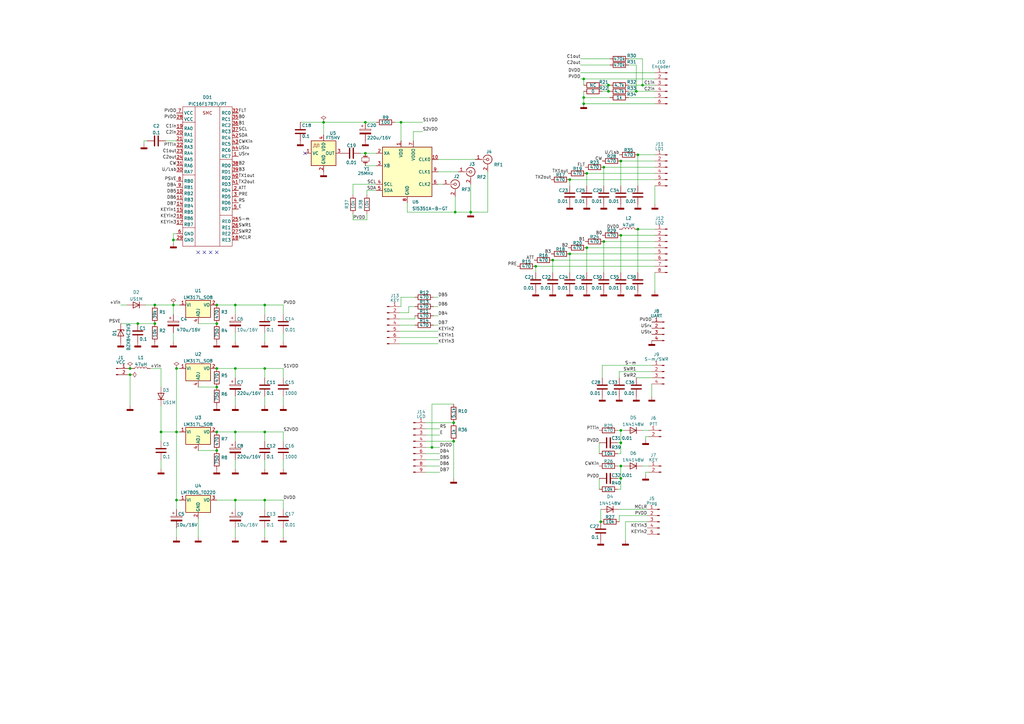
<source format=kicad_sch>
(kicad_sch (version 20211123) (generator eeschema)
  (paper "A3")
  (title_block (title "Синтезатор для ТПП") (date "10.01.2023") (rev "1") (company "HAM Radio") (comment 1 "СНТП.01.110 Э3") (comment 2 "RK9AMX") (comment 3 "Oleg9"))
  (lib_symbols
    (symbol "Connector:Conn_01x02_Male" (pin_names (offset 1.016) hide)
      (property "Reference" "J" (at 0 2.54 0))
      (property "Value" "Conn_01x02_Male" (at 0 -5.08 0))
      (symbol "Conn_01x02_Male_1_1"
        (pin passive line (at 5.08 0 180) (length 3.81) (name "Pin_1") (number "1"))
        (pin passive line (at 5.08 -2.54 180) (length 3.81) (name "Pin_2") (number "2"))
      )
    )
    (symbol "Connector:Conn_01x04_Male" (pin_names (offset 1.016) hide)
      (property "Reference" "J" (at 0 5.08 0))
      (property "Value" "Conn_01x04_Male" (at 0 -7.62 0))
      (symbol "Conn_01x04_Male_1_1"
        (pin passive line (at 5.08 2.54 180) (length 3.81) (name "Pin_1") (number "1"))
        (pin passive line (at 5.08 0 180) (length 3.81) (name "Pin_2") (number "2"))
        (pin passive line (at 5.08 -2.54 180) (length 3.81) (name "Pin_3") (number "3"))
        (pin passive line (at 5.08 -5.08 180) (length 3.81) (name "Pin_4") (number "4"))
      )
    )
    (symbol "Connector:Conn_01x05_Male" (pin_names (offset 1.016) hide)
      (property "Reference" "J" (at 0 7.62 0))
      (property "Value" "Conn_01x05_Male" (at 0 -7.62 0))
      (symbol "Conn_01x05_Male_1_1"
        (pin passive line (at 5.08 5.08 180) (length 3.81) (name "Pin_1") (number "1"))
        (pin passive line (at 5.08 2.54 180) (length 3.81) (name "Pin_2") (number "2"))
        (pin passive line (at 5.08 0 180) (length 3.81) (name "Pin_3") (number "3"))
        (pin passive line (at 5.08 -2.54 180) (length 3.81) (name "Pin_4") (number "4"))
        (pin passive line (at 5.08 -5.08 180) (length 3.81) (name "Pin_5") (number "5"))
      )
    )
    (symbol "Connector:Conn_01x06_Male" (pin_names (offset 1.016) hide)
      (property "Reference" "J" (at 0 7.62 0))
      (property "Value" "Conn_01x06_Male" (at 0 -10.16 0))
      (symbol "Conn_01x06_Male_1_1"
        (pin passive line (at 5.08 5.08 180) (length 3.81) (name "Pin_1") (number "1"))
        (pin passive line (at 5.08 2.54 180) (length 3.81) (name "Pin_2") (number "2"))
        (pin passive line (at 5.08 0 180) (length 3.81) (name "Pin_3") (number "3"))
        (pin passive line (at 5.08 -2.54 180) (length 3.81) (name "Pin_4") (number "4"))
        (pin passive line (at 5.08 -5.08 180) (length 3.81) (name "Pin_5") (number "5"))
        (pin passive line (at 5.08 -7.62 180) (length 3.81) (name "Pin_6") (number "6"))
      )
    )
    (symbol "Connector:Conn_01x07_Male" (pin_names (offset 1.016) hide)
      (property "Reference" "J" (at 0 10.16 0))
      (property "Value" "Conn_01x07_Male" (at 0 -10.16 0))
      (symbol "Conn_01x07_Male_1_1"
        (pin passive line (at 5.08 7.62 180) (length 3.81) (name "Pin_1") (number "1"))
        (pin passive line (at 5.08 5.08 180) (length 3.81) (name "Pin_2") (number "2"))
        (pin passive line (at 5.08 2.54 180) (length 3.81) (name "Pin_3") (number "3"))
        (pin passive line (at 5.08 0 180) (length 3.81) (name "Pin_4") (number "4"))
        (pin passive line (at 5.08 -2.54 180) (length 3.81) (name "Pin_5") (number "5"))
        (pin passive line (at 5.08 -5.08 180) (length 3.81) (name "Pin_6") (number "6"))
        (pin passive line (at 5.08 -7.62 180) (length 3.81) (name "Pin_7") (number "7"))
      )
    )
    (symbol "Connector:Conn_01x08_Male" (pin_names (offset 1.016) hide)
      (property "Reference" "J" (at 0 10.16 0))
      (property "Value" "Conn_01x08_Male" (at 0 -12.7 0))
      (symbol "Conn_01x08_Male_1_1"
        (pin passive line (at 5.08 7.62 180) (length 3.81) (name "Pin_1") (number "1"))
        (pin passive line (at 5.08 5.08 180) (length 3.81) (name "Pin_2") (number "2"))
        (pin passive line (at 5.08 2.54 180) (length 3.81) (name "Pin_3") (number "3"))
        (pin passive line (at 5.08 0 180) (length 3.81) (name "Pin_4") (number "4"))
        (pin passive line (at 5.08 -2.54 180) (length 3.81) (name "Pin_5") (number "5"))
        (pin passive line (at 5.08 -5.08 180) (length 3.81) (name "Pin_6") (number "6"))
        (pin passive line (at 5.08 -7.62 180) (length 3.81) (name "Pin_7") (number "7"))
        (pin passive line (at 5.08 -10.16 180) (length 3.81) (name "Pin_8") (number "8"))
      )
    )
    (symbol "Connector:Conn_01x09_Male" (pin_names (offset 1.016) hide)
      (property "Reference" "J" (at 0 12.7 0))
      (property "Value" "Conn_01x09_Male" (at 0 -12.7 0))
      (symbol "Conn_01x09_Male_1_1"
        (pin passive line (at 5.08 10.16 180) (length 3.81) (name "Pin_1") (number "1"))
        (pin passive line (at 5.08 7.62 180) (length 3.81) (name "Pin_2") (number "2"))
        (pin passive line (at 5.08 5.08 180) (length 3.81) (name "Pin_3") (number "3"))
        (pin passive line (at 5.08 2.54 180) (length 3.81) (name "Pin_4") (number "4"))
        (pin passive line (at 5.08 0 180) (length 3.81) (name "Pin_5") (number "5"))
        (pin passive line (at 5.08 -2.54 180) (length 3.81) (name "Pin_6") (number "6"))
        (pin passive line (at 5.08 -5.08 180) (length 3.81) (name "Pin_7") (number "7"))
        (pin passive line (at 5.08 -7.62 180) (length 3.81) (name "Pin_8") (number "8"))
        (pin passive line (at 5.08 -10.16 180) (length 3.81) (name "Pin_9") (number "9"))
      )
    )
    (symbol "Connector:Conn_Coaxial" (pin_names (offset 1.016) hide)
      (property "Reference" "J" (at 0.254 3.048 0))
      (property "Value" "Conn_Coaxial" (at 2.921 0 90))
      (symbol "Conn_Coaxial_1_1"
        (pin passive line (at -5.08 0 0) (length 2.54) (name "In") (number "1"))
        (pin passive line (at 0 -5.08 90) (length 2.54) (name "Ext") (number "2"))
      )
    )
    (symbol "Device:C" (pin_numbers hide) (pin_names (offset 0.254))
      (property "Reference" "C" (at 0.635 2.54 0))
      (property "Value" "C" (at 0.635 -2.54 0))
      (symbol "C_1_1"
        (pin passive line (at 0 3.81 270) (length 2.794) (name "~") (number "1"))
        (pin passive line (at 0 -3.81 90) (length 2.794) (name "~") (number "2"))
      )
    )
    (symbol "Device:C_Polarized" (pin_numbers hide) (pin_names (offset 0.254))
      (property "Reference" "C" (at 0.635 2.54 0))
      (property "Value" "C_Polarized" (at 0.635 -2.54 0))
      (symbol "C_Polarized_1_1"
        (pin passive line (at 0 3.81 270) (length 2.794) (name "~") (number "1"))
        (pin passive line (at 0 -3.81 90) (length 2.794) (name "~") (number "2"))
      )
    )
    (symbol "Device:Crystal_Small" (pin_numbers hide) (pin_names (offset 1.016) hide)
      (property "Reference" "Y" (at 0 2.54 0))
      (property "Value" "Crystal_Small" (at 0 -2.54 0))
      (symbol "Crystal_Small_1_1"
        (pin passive line (at -2.54 0 0) (length 1.27) (name "1") (number "1"))
        (pin passive line (at 2.54 0 180) (length 1.27) (name "2") (number "2"))
      )
    )
    (symbol "Device:L" (pin_numbers hide) (pin_names (offset 1.016) hide)
      (property "Reference" "L" (at -1.27 0 90))
      (property "Value" "L" (at 1.905 0 90))
      (symbol "L_1_1"
        (pin passive line (at 0 3.81 270) (length 1.27) (name "1") (number "1"))
        (pin passive line (at 0 -3.81 90) (length 1.27) (name "2") (number "2"))
      )
    )
    (symbol "Device:R" (pin_numbers hide) (pin_names (offset 0))
      (property "Reference" "R" (at 2.032 0 90))
      (property "Value" "R" (at 0 0 90))
      (symbol "R_1_1"
        (pin passive line (at 0 3.81 270) (length 1.27) (name "~") (number "1"))
        (pin passive line (at 0 -3.81 90) (length 1.27) (name "~") (number "2"))
      )
    )
    (symbol "Diode:1N4148W" (pin_numbers hide) (pin_names (offset 1.016) hide)
      (property "Reference" "D" (at 0 2.54 0))
      (property "Value" "1N4148W" (at 0 -2.54 0))
      (symbol "1N4148W_1_1"
        (pin passive line (at -3.81 0 0) (length 2.54) (name "K") (number "1"))
        (pin passive line (at 3.81 0 180) (length 2.54) (name "A") (number "2"))
      )
    )
    (symbol "Diode:BZX84Cxx" (pin_numbers hide) (pin_names (offset 1.016) hide)
      (property "Reference" "D" (at 0 2.54 0))
      (property "Value" "BZX84Cxx" (at 0 -2.54 0))
      (symbol "BZX84Cxx_1_1"
        (pin passive line (at -3.81 0 0) (length 2.54) (name "K") (number "1"))
        (pin passive line (at 3.81 0 180) (length 2.54) (name "A") (number "2"))
      )
    )
    (symbol "Diode:US1M" (pin_numbers hide) (pin_names (offset 1.016) hide)
      (property "Reference" "D" (at 0 2.54 0))
      (property "Value" "US1M" (at 0 -2.54 0))
      (symbol "US1M_1_1"
        (pin passive line (at -3.81 0 0) (length 2.54) (name "K") (number "1"))
        (pin passive line (at 3.81 0 180) (length 2.54) (name "A") (number "2"))
      )
    )
    (symbol "Oscillator:FT5HV"
      (property "Reference" "U" (at 5.08 11.43 0))
      (property "Value" "FT5HV" (at 6.35 8.89 0))
      (symbol "FT5HV_1_1"
        (pin input line (at -7.62 0 0) (length 2.54) (name "VC") (number "1"))
        (pin power_in line (at 0 -7.62 90) (length 2.54) (name "GND") (number "2"))
        (pin output line (at 7.62 0 180) (length 2.54) (name "OUT") (number "3"))
        (pin power_in line (at 0 7.62 270) (length 2.54) (name "VDD") (number "4"))
      )
    )
    (symbol "Oscillator:Si5351A-B-GT"
      (property "Reference" "U" (at -8.89 11.43 0))
      (property "Value" "Si5351A-B-GT" (at -12.7 -12.7 0))
      (symbol "Si5351A-B-GT_1_1"
        (pin power_in line (at -2.54 12.7 270) (length 2.54) (name "VDD") (number "1"))
        (pin output line (at 12.7 5.08 180) (length 2.54) (name "CLK0") (number "10"))
        (pin input line (at -12.7 7.62 0) (length 2.54) (name "XA") (number "2"))
        (pin input line (at -12.7 2.54 0) (length 2.54) (name "XB") (number "3"))
        (pin input line (at -12.7 -5.08 0) (length 2.54) (name "SCL") (number "4"))
        (pin bidirectional line (at -12.7 -7.62 0) (length 2.54) (name "SDA") (number "5"))
        (pin output line (at 12.7 -5.08 180) (length 2.54) (name "CLK2") (number "6"))
        (pin power_in line (at 2.54 12.7 270) (length 2.54) (name "VDDO") (number "7"))
        (pin power_in line (at 0 -12.7 90) (length 2.54) (name "GND") (number "8"))
        (pin output line (at 12.7 0 180) (length 2.54) (name "CLK1") (number "9"))
      )
    )
    (symbol "Regulator_Linear:LM317L_SO8" (pin_names (offset 0.254))
      (property "Reference" "U" (at -3.81 3.175 0))
      (property "Value" "LM317L_SO8" (at 0 3.175 0))
      (symbol "LM317L_SO8_1_1"
        (pin power_in line (at -7.62 0 0) (length 2.54) (name "VI") (number "1"))
        (pin power_out line (at 7.62 0 180) (length 2.54) (name "VO") (number "2"))
        (pin passive line (at 7.62 0 180) (length 2.54) hide (name "VO") (number "3"))
        (pin input line (at 0 -7.62 90) (length 2.54) (name "ADJ") (number "4"))
        (pin no_connect line (at -7.62 -2.54 0) (length 2.54) hide (name "NC") (number "5"))
        (pin passive line (at 7.62 0 180) (length 2.54) hide (name "VO") (number "6"))
        (pin passive line (at 7.62 0 180) (length 2.54) hide (name "VO") (number "7"))
        (pin no_connect line (at 7.62 -2.54 180) (length 2.54) hide (name "NC") (number "8"))
      )
    )
    (symbol "Regulator_Linear:LM7805_TO220" (pin_names (offset 0.254))
      (property "Reference" "U" (at -3.81 3.175 0))
      (property "Value" "LM7805_TO220" (at 0 3.175 0))
      (symbol "LM7805_TO220_1_1"
        (pin power_in line (at -7.62 0 0) (length 2.54) (name "VI") (number "1"))
        (pin power_in line (at 0 -7.62 90) (length 2.54) (name "GND") (number "2"))
        (pin power_out line (at 7.62 0 180) (length 2.54) (name "VO") (number "3"))
      )
    )
    (symbol "User_Library:PIC16F1787I{slash}PT"
      (property "Reference" "DD" (at 0 -7.62 90))
      (property "Value" "PIC16F1787I{slash}PT" (at 0 3.81 90))
      (symbol "PIC16F1787I{slash}PT_0_0"
        (text "SMC" (at 0 25.4 0) (effects (font (size 1.27 1.27))))
      )
      (symbol "PIC16F1787I{slash}PT_1_1"
        (pin passive line (at 12.7 7.62 180) (length 2.54) (name "RC7") (number "1"))
        (pin passive line (at -12.7 -7.62 0) (length 2.54) (name "RB2") (number "10"))
        (pin passive line (at -12.7 -10.16 0) (length 2.54) (name "RB3") (number "11"))
        (pin passive line (at -3.81 -31.75 90) (length 2.54) hide (name "NC") (number "12"))
        (pin passive line (at -1.27 -31.75 90) (length 2.54) hide (name "NC") (number "13"))
        (pin passive line (at -12.7 -12.7 0) (length 2.54) (name "RB4") (number "14"))
        (pin passive line (at -12.7 -15.24 0) (length 2.54) (name "RB5") (number "15"))
        (pin passive line (at -12.7 -17.78 0) (length 2.54) (name "RB6") (number "16"))
        (pin passive line (at -12.7 -20.32 0) (length 2.54) (name "RB7") (number "17"))
        (pin passive line (at 12.7 -26.67 180) (length 2.54) (name "RE3") (number "18"))
        (pin passive line (at -12.7 19.05 0) (length 2.54) (name "RA0") (number "19"))
        (pin passive line (at 12.7 -6.35 180) (length 2.54) (name "RD4") (number "2"))
        (pin passive line (at -12.7 16.51 0) (length 2.54) (name "RA1") (number "20"))
        (pin passive line (at -12.7 13.97 0) (length 2.54) (name "RA2") (number "21"))
        (pin passive line (at -12.7 11.43 0) (length 2.54) (name "RA3") (number "22"))
        (pin passive line (at -12.7 8.89 0) (length 2.54) (name "RA4") (number "23"))
        (pin passive line (at -12.7 6.35 0) (length 2.54) (name "RA5") (number "24"))
        (pin passive line (at 12.7 -19.05 180) (length 2.54) (name "RE0") (number "25"))
        (pin passive line (at 12.7 -21.59 180) (length 2.54) (name "RE1") (number "26"))
        (pin passive line (at 12.7 -24.13 180) (length 2.54) (name "RE2") (number "27"))
        (pin passive line (at -12.7 22.86 0) (length 2.54) (name "VCC") (number "28"))
        (pin passive line (at -12.7 -26.67 0) (length 2.54) (name "GND") (number "29"))
        (pin passive line (at 12.7 -8.89 180) (length 2.54) (name "RD5") (number "3"))
        (pin passive line (at -12.7 1.27 0) (length 2.54) (name "RA7") (number "30"))
        (pin passive line (at -12.7 3.81 0) (length 2.54) (name "RA6") (number "31"))
        (pin passive line (at 12.7 25.4 180) (length 2.54) (name "RC0") (number "32"))
        (pin passive line (at 1.27 -31.75 90) (length 2.54) hide (name "NC") (number "33"))
        (pin passive line (at 3.81 -31.75 90) (length 2.54) hide (name "NC") (number "34"))
        (pin passive line (at 12.7 22.86 180) (length 2.54) (name "RC1") (number "35"))
        (pin passive line (at 12.7 20.32 180) (length 2.54) (name "RC2") (number "36"))
        (pin passive line (at 12.7 17.78 180) (length 2.54) (name "RC3") (number "37"))
        (pin passive line (at 12.7 3.81 180) (length 2.54) (name "RD0") (number "38"))
        (pin passive line (at 12.7 1.27 180) (length 2.54) (name "RD1") (number "39"))
        (pin passive line (at 12.7 -11.43 180) (length 2.54) (name "RD6") (number "4"))
        (pin passive line (at 12.7 -1.27 180) (length 2.54) (name "RD2") (number "40"))
        (pin passive line (at 12.7 -3.81 180) (length 2.54) (name "RD3") (number "41"))
        (pin passive line (at 12.7 15.24 180) (length 2.54) (name "RC4") (number "42"))
        (pin passive line (at 12.7 12.7 180) (length 2.54) (name "RC5") (number "43"))
        (pin passive line (at 12.7 10.16 180) (length 2.54) (name "RC6") (number "44"))
        (pin passive line (at 12.7 -13.97 180) (length 2.54) (name "RD7") (number "5"))
        (pin passive line (at -12.7 -24.13 0) (length 2.54) (name "GND") (number "6"))
        (pin passive line (at -12.7 25.4 0) (length 2.54) (name "VCC") (number "7"))
        (pin passive line (at -12.7 -2.54 0) (length 2.54) (name "RB0") (number "8"))
        (pin passive line (at -12.7 -5.08 0) (length 2.54) (name "RB1") (number "9"))
      )
    )
    (symbol "power:GNDD" (power) (pin_names (offset 0))
      (property "Value" "GNDD" (at 0 -3.175 0))
      (symbol "GNDD_1_1"
        (pin power_in line (at 0 0 270) (length 0) hide (name "GNDD") (number "1"))
      )
    )
    (symbol "power:PWR_FLAG" (power) (pin_numbers hide) (pin_names (offset 0) hide)
      (property "Value" "PWR_FLAG" (at 0 3.81 0))
      (symbol "PWR_FLAG_0_0"
        (pin power_out line (at 0 0 90) (length 0) (name "pwr") (number "1"))
      )
    )
  )
  (junction (at 240.665 71.12))
  (junction (at 53.34 151.13))
  (junction (at 249.555 37.465))
  (junction (at 72.39 151.13))
  (junction (at 71.12 125.095))
  (junction (at 226.695 106.68))
  (junction (at 233.68 73.66))
  (junction (at 240.665 101.6))
  (junction (at 88.9 184.785))
  (junction (at 88.9 177.165))
  (junction (at 247.65 99.06))
  (junction (at 72.39 205.105))
  (junction (at 53.34 153.67))
  (junction (at 108.585 177.165))
  (junction (at 261.62 63.5))
  (junction (at 249.555 34.925))
  (junction (at 149.86 62.865))
  (junction (at 260.985 37.465))
  (junction (at 263.525 34.925))
  (junction (at 186.055 180.975))
  (junction (at 96.52 177.165))
  (junction (at 254.635 191.135))
  (junction (at 88.9 132.715))
  (junction (at 254.635 66.04))
  (junction (at 108.585 125.095))
  (junction (at 239.395 32.385))
  (junction (at 164.465 50.165))
  (junction (at 96.52 205.105))
  (junction (at 239.395 42.545))
  (junction (at 239.395 40.005))
  (junction (at 72.39 177.165))
  (junction (at 261.62 93.98))
  (junction (at 186.69 86.995))
  (junction (at 254.635 96.52))
  (junction (at 247.65 68.58))
  (junction (at 108.585 205.105))
  (junction (at 254.635 196.215))
  (junction (at 254.635 176.53))
  (junction (at 96.52 125.095))
  (junction (at 96.52 151.13))
  (junction (at 193.04 86.995))
  (junction (at 88.9 151.13))
  (junction (at 88.9 158.75))
  (junction (at 56.515 132.715))
  (junction (at 63.5 132.715))
  (junction (at 177.165 183.515))
  (junction (at 233.68 104.14))
  (junction (at 71.12 98.425))
  (junction (at 149.86 50.165))
  (junction (at 66.04 177.165))
  (junction (at 108.585 151.13))
  (junction (at 186.055 173.355))
  (junction (at 63.5 125.095))
  (junction (at 132.715 50.165))
  (junction (at 219.71 109.22))
  (junction (at 254.635 181.61))
  (junction (at 88.9 125.095))
  (junction (at 246.38 213.995))
  (no_connect (at 81.28 103.505))
  (no_connect (at 88.9 103.505))
  (no_connect (at 86.36 103.505))
  (no_connect (at 83.82 103.505))
  (no_connect (at 125.095 62.865))
  (wire (pts (xy 263.525 191.135) (xy 266.065 191.135)))
  (wire (pts (xy 254.635 200.66) (xy 254.635 196.215)))
  (wire (pts (xy 66.04 166.37) (xy 66.04 177.165)))
  (wire (pts (xy 268.605 111.76) (xy 268.605 119.38)))
  (wire (pts (xy 247.015 154.94) (xy 247.015 149.86)))
  (wire (pts (xy 246.38 208.915) (xy 246.38 213.995)))
  (wire (pts (xy 170.18 129.54) (xy 170.18 130.81)))
  (wire (pts (xy 154.305 67.945) (xy 149.86 67.945)))
  (wire (pts (xy 260.985 26.67) (xy 260.985 37.465)))
  (wire (pts (xy 261.62 111.76) (xy 261.62 93.98)))
  (wire (pts (xy 179.705 140.97) (xy 163.83 140.97)))
  (wire (pts (xy 108.585 180.975) (xy 108.585 177.165)))
  (wire (pts (xy 263.525 34.925) (xy 257.81 34.925)))
  (wire (pts (xy 116.205 180.975) (xy 116.205 177.165)))
  (wire (pts (xy 170.18 133.35) (xy 163.83 133.35)))
  (wire (pts (xy 108.585 154.94) (xy 108.585 151.13)))
  (wire (pts (xy 250.19 26.67) (xy 238.125 26.67)))
  (wire (pts (xy 116.205 166.37) (xy 116.205 162.56)))
  (wire (pts (xy 144.78 75.565) (xy 144.78 80.01)))
  (wire (pts (xy 186.69 86.995) (xy 167.005 86.995)))
  (wire (pts (xy 170.18 121.92) (xy 164.465 121.92)))
  (wire (pts (xy 247.65 99.06) (xy 247.65 111.76)))
  (wire (pts (xy 266.065 193.675) (xy 264.795 193.675)))
  (wire (pts (xy 108.585 192.405) (xy 108.585 188.595)))
  (wire (pts (xy 257.81 24.13) (xy 263.525 24.13)))
  (wire (pts (xy 253.365 200.66) (xy 254.635 200.66)))
  (wire (pts (xy 96.52 192.405) (xy 96.52 188.595)))
  (wire (pts (xy 177.165 183.515) (xy 180.34 183.515)))
  (wire (pts (xy 186.055 165.735) (xy 177.165 165.735)))
  (wire (pts (xy 250.19 40.005) (xy 239.395 40.005)))
  (wire (pts (xy 72.39 208.915) (xy 72.39 205.105)))
  (wire (pts (xy 173.355 53.975) (xy 169.545 53.975)))
  (wire (pts (xy 132.715 55.245) (xy 132.715 50.165)))
  (wire (pts (xy 59.69 125.095) (xy 63.5 125.095)))
  (wire (pts (xy 268.605 68.58) (xy 247.65 68.58)))
  (wire (pts (xy 233.68 76.2) (xy 233.68 73.66)))
  (wire (pts (xy 254.635 176.53) (xy 255.905 176.53)))
  (wire (pts (xy 177.165 183.515) (xy 177.165 165.735)))
  (wire (pts (xy 52.705 151.13) (xy 53.34 151.13)))
  (wire (pts (xy 150.495 90.17) (xy 144.78 90.17)))
  (wire (pts (xy 108.585 125.095) (xy 116.205 125.095)))
  (wire (pts (xy 73.66 125.095) (xy 71.12 125.095)))
  (wire (pts (xy 108.585 140.335) (xy 108.585 136.525)))
  (wire (pts (xy 181.61 75.565) (xy 179.705 75.565)))
  (wire (pts (xy 164.465 121.92) (xy 164.465 125.73)))
  (wire (pts (xy 179.705 133.35) (xy 177.8 133.35)))
  (wire (pts (xy 261.62 63.5) (xy 261.62 76.2)))
  (wire (pts (xy 268.605 104.14) (xy 233.68 104.14)))
  (wire (pts (xy 96.52 128.905) (xy 96.52 125.095)))
  (wire (pts (xy 193.04 86.995) (xy 186.69 86.995)))
  (wire (pts (xy 149.86 50.165) (xy 132.715 50.165)))
  (wire (pts (xy 96.52 140.335) (xy 96.52 136.525)))
  (wire (pts (xy 164.465 50.165) (xy 161.925 50.165)))
  (wire (pts (xy 240.665 101.6) (xy 240.665 111.76)))
  (wire (pts (xy 254 208.915) (xy 265.43 208.915)))
  (wire (pts (xy 264.795 180.34) (xy 264.795 179.07)))
  (wire (pts (xy 174.625 178.435) (xy 180.34 178.435)))
  (wire (pts (xy 59.055 57.785) (xy 59.055 59.055)))
  (wire (pts (xy 81.28 184.785) (xy 88.9 184.785)))
  (wire (pts (xy 108.585 177.165) (xy 116.205 177.165)))
  (wire (pts (xy 71.12 125.095) (xy 63.5 125.095)))
  (wire (pts (xy 254.635 186.055) (xy 254.635 181.61)))
  (wire (pts (xy 88.9 205.105) (xy 96.52 205.105)))
  (wire (pts (xy 174.625 191.135) (xy 180.34 191.135)))
  (wire (pts (xy 239.395 40.005) (xy 239.395 42.545)))
  (wire (pts (xy 174.625 175.895) (xy 180.34 175.895)))
  (wire (pts (xy 66.04 151.13) (xy 66.04 158.75)))
  (wire (pts (xy 116.205 154.94) (xy 116.205 151.13)))
  (wire (pts (xy 169.545 53.975) (xy 169.545 57.785)))
  (wire (pts (xy 154.305 62.865) (xy 149.86 62.865)))
  (wire (pts (xy 116.205 128.905) (xy 116.205 125.095)))
  (wire (pts (xy 268.605 34.925) (xy 263.525 34.925)))
  (wire (pts (xy 247.015 34.925) (xy 249.555 34.925)))
  (wire (pts (xy 71.12 98.425) (xy 71.12 99.695)))
  (wire (pts (xy 71.12 125.095) (xy 71.12 128.905)))
  (wire (pts (xy 164.465 57.785) (xy 164.465 50.165)))
  (wire (pts (xy 72.39 220.345) (xy 72.39 216.535)))
  (wire (pts (xy 72.39 205.105) (xy 73.66 205.105)))
  (wire (pts (xy 167.64 125.73) (xy 167.64 128.27)))
  (wire (pts (xy 66.04 177.165) (xy 72.39 177.165)))
  (wire (pts (xy 61.595 151.13) (xy 66.04 151.13)))
  (wire (pts (xy 154.305 78.105) (xy 150.495 78.105)))
  (wire (pts (xy 81.28 132.715) (xy 88.9 132.715)))
  (wire (pts (xy 81.28 220.345) (xy 81.28 212.725)))
  (wire (pts (xy 96.52 180.975) (xy 96.52 177.165)))
  (wire (pts (xy 174.625 193.675) (xy 180.34 193.675)))
  (wire (pts (xy 167.64 125.73) (xy 170.18 125.73)))
  (wire (pts (xy 72.39 177.165) (xy 72.39 205.105)))
  (wire (pts (xy 88.9 151.13) (xy 96.52 151.13)))
  (wire (pts (xy 108.585 205.105) (xy 116.205 205.105)))
  (wire (pts (xy 268.605 76.2) (xy 268.605 83.82)))
  (wire (pts (xy 268.605 29.845) (xy 238.125 29.845)))
  (wire (pts (xy 88.9 125.095) (xy 96.52 125.095)))
  (wire (pts (xy 267.335 152.4) (xy 254 152.4)))
  (wire (pts (xy 249.555 34.925) (xy 250.19 34.925)))
  (wire (pts (xy 163.83 128.27) (xy 167.64 128.27)))
  (wire (pts (xy 245.745 200.66) (xy 245.745 196.215)))
  (wire (pts (xy 268.605 99.06) (xy 247.65 99.06)))
  (wire (pts (xy 147.955 62.865) (xy 149.86 62.865)))
  (wire (pts (xy 116.205 140.335) (xy 116.205 136.525)))
  (wire (pts (xy 265.43 211.455) (xy 254 211.455)))
  (wire (pts (xy 179.705 121.92) (xy 177.8 121.92)))
  (wire (pts (xy 66.04 180.975) (xy 66.04 177.165)))
  (wire (pts (xy 254.635 181.61) (xy 254.635 176.53)))
  (wire (pts (xy 96.52 177.165) (xy 108.585 177.165)))
  (wire (pts (xy 108.585 220.345) (xy 108.585 216.535)))
  (wire (pts (xy 144.78 90.17) (xy 144.78 87.63)))
  (wire (pts (xy 250.19 37.465) (xy 249.555 37.465)))
  (wire (pts (xy 253.365 176.53) (xy 254.635 176.53)))
  (wire (pts (xy 116.205 208.915) (xy 116.205 205.105)))
  (wire (pts (xy 60.325 57.785) (xy 59.055 57.785)))
  (wire (pts (xy 179.705 125.73) (xy 177.8 125.73)))
  (wire (pts (xy 260.985 37.465) (xy 257.81 37.465)))
  (wire (pts (xy 267.335 154.94) (xy 260.985 154.94)))
  (wire (pts (xy 96.52 154.94) (xy 96.52 151.13)))
  (wire (pts (xy 53.34 151.13) (xy 53.975 151.13)))
  (wire (pts (xy 154.305 50.165) (xy 149.86 50.165)))
  (wire (pts (xy 164.465 50.165) (xy 173.355 50.165)))
  (wire (pts (xy 63.5 132.715) (xy 56.515 132.715)))
  (wire (pts (xy 72.39 98.425) (xy 71.12 98.425)))
  (wire (pts (xy 53.34 153.67) (xy 52.705 153.67)))
  (wire (pts (xy 253.365 196.215) (xy 254.635 196.215)))
  (wire (pts (xy 174.625 173.355) (xy 186.055 173.355)))
  (wire (pts (xy 268.605 101.6) (xy 240.665 101.6)))
  (wire (pts (xy 96.52 151.13) (xy 108.585 151.13)))
  (wire (pts (xy 179.705 70.485) (xy 187.96 70.485)))
  (wire (pts (xy 96.52 208.915) (xy 96.52 205.105)))
  (wire (pts (xy 132.715 50.165) (xy 123.19 50.165)))
  (wire (pts (xy 71.12 140.335) (xy 71.12 136.525)))
  (wire (pts (xy 268.605 73.66) (xy 233.68 73.66)))
  (wire (pts (xy 253.365 181.61) (xy 254.635 181.61)))
  (wire (pts (xy 247.65 76.2) (xy 247.65 68.58)))
  (wire (pts (xy 257.81 26.67) (xy 260.985 26.67)))
  (wire (pts (xy 116.205 192.405) (xy 116.205 188.595)))
  (wire (pts (xy 174.625 180.975) (xy 186.055 180.975)))
  (wire (pts (xy 268.605 66.04) (xy 254.635 66.04)))
  (wire (pts (xy 247.015 149.86) (xy 267.335 149.86)))
  (wire (pts (xy 179.705 138.43) (xy 163.83 138.43)))
  (wire (pts (xy 108.585 128.905) (xy 108.585 125.095)))
  (wire (pts (xy 108.585 166.37) (xy 108.585 162.56)))
  (wire (pts (xy 268.605 63.5) (xy 261.62 63.5)))
  (wire (pts (xy 108.585 208.915) (xy 108.585 205.105)))
  (wire (pts (xy 150.495 78.105) (xy 150.495 80.01)))
  (wire (pts (xy 167.005 86.995) (xy 167.005 83.185)))
  (wire (pts (xy 200.025 70.485) (xy 200.025 86.995)))
  (wire (pts (xy 174.625 186.055) (xy 180.34 186.055)))
  (wire (pts (xy 265.43 213.995) (xy 256.54 213.995)))
  (wire (pts (xy 150.495 87.63) (xy 150.495 90.17)))
  (wire (pts (xy 179.705 135.89) (xy 163.83 135.89)))
  (wire (pts (xy 164.465 125.73) (xy 163.83 125.73)))
  (wire (pts (xy 174.625 188.595) (xy 180.34 188.595)))
  (wire (pts (xy 249.555 37.465) (xy 249.555 34.925)))
  (wire (pts (xy 268.605 106.68) (xy 226.695 106.68)))
  (wire (pts (xy 193.04 75.565) (xy 193.04 86.995)))
  (wire (pts (xy 254.635 186.055) (xy 253.365 186.055)))
  (wire (pts (xy 268.605 40.005) (xy 257.81 40.005)))
  (wire (pts (xy 116.205 220.345) (xy 116.205 216.535)))
  (wire (pts (xy 268.605 96.52) (xy 254.635 96.52)))
  (wire (pts (xy 49.53 125.095) (xy 52.07 125.095)))
  (wire (pts (xy 247.015 37.465) (xy 249.555 37.465)))
  (wire (pts (xy 179.705 129.54) (xy 177.8 129.54)))
  (wire (pts (xy 72.39 151.13) (xy 72.39 177.165)))
  (wire (pts (xy 255.905 191.135) (xy 254.635 191.135)))
  (wire (pts (xy 267.335 162.56) (xy 267.335 157.48)))
  (wire (pts (xy 96.52 220.345) (xy 96.52 216.535)))
  (wire (pts (xy 261.62 93.98) (xy 268.605 93.98)))
  (wire (pts (xy 88.9 177.165) (xy 96.52 177.165)))
  (wire (pts (xy 72.39 57.785) (xy 67.945 57.785)))
  (wire (pts (xy 66.04 192.405) (xy 66.04 188.595)))
  (wire (pts (xy 96.52 125.095) (xy 108.585 125.095)))
  (wire (pts (xy 49.53 132.715) (xy 56.515 132.715)))
  (wire (pts (xy 53.34 153.67) (xy 53.34 166.37)))
  (wire (pts (xy 73.66 177.165) (xy 72.39 177.165)))
  (wire (pts (xy 239.395 34.925) (xy 239.395 32.385)))
  (wire (pts (xy 245.745 186.055) (xy 245.745 181.61)))
  (wire (pts (xy 233.68 111.76) (xy 233.68 104.14)))
  (wire (pts (xy 254.635 196.215) (xy 254.635 191.135)))
  (wire (pts (xy 268.605 71.12) (xy 240.665 71.12)))
  (wire (pts (xy 154.305 75.565) (xy 144.78 75.565)))
  (wire (pts (xy 170.18 130.81) (xy 163.83 130.81)))
  (wire (pts (xy 108.585 151.13) (xy 116.205 151.13)))
  (wire (pts (xy 72.39 95.885) (xy 71.12 95.885)))
  (wire (pts (xy 174.625 183.515) (xy 177.165 183.515)))
  (wire (pts (xy 268.605 37.465) (xy 260.985 37.465)))
  (wire (pts (xy 256.54 213.995) (xy 256.54 221.615)))
  (wire (pts (xy 254.635 66.04) (xy 254.635 76.2)))
  (wire (pts (xy 254 211.455) (xy 254 213.995)))
  (wire (pts (xy 264.795 179.07) (xy 266.065 179.07)))
  (wire (pts (xy 254 154.94) (xy 254 152.4)))
  (wire (pts (xy 254.635 191.135) (xy 253.365 191.135)))
  (wire (pts (xy 250.19 24.13) (xy 238.125 24.13)))
  (wire (pts (xy 219.71 111.76) (xy 219.71 109.22)))
  (wire (pts (xy 268.605 32.385) (xy 239.395 32.385)))
  (wire (pts (xy 186.69 80.645) (xy 186.69 86.995)))
  (wire (pts (xy 240.665 76.2) (xy 240.665 71.12)))
  (wire (pts (xy 263.525 176.53) (xy 266.065 176.53)))
  (wire (pts (xy 194.945 65.405) (xy 179.705 65.405)))
  (wire (pts (xy 96.52 166.37) (xy 96.52 162.56)))
  (wire (pts (xy 71.12 95.885) (xy 71.12 98.425)))
  (wire (pts (xy 254.635 111.76) (xy 254.635 96.52)))
  (wire (pts (xy 268.605 109.22) (xy 219.71 109.22)))
  (wire (pts (xy 81.28 158.75) (xy 88.9 158.75)))
  (wire (pts (xy 186.055 180.975) (xy 186.055 196.215)))
  (wire (pts (xy 268.605 42.545) (xy 239.395 42.545)))
  (wire (pts (xy 239.395 32.385) (xy 238.125 32.385)))
  (wire (pts (xy 239.395 40.005) (xy 239.395 37.465)))
  (wire (pts (xy 226.695 111.76) (xy 226.695 106.68)))
  (wire (pts (xy 263.525 24.13) (xy 263.525 34.925)))
  (wire (pts (xy 264.795 193.675) (xy 264.795 194.945)))
  (wire (pts (xy 200.025 86.995) (xy 193.04 86.995)))
  (wire (pts (xy 96.52 205.105) (xy 108.585 205.105)))
  (wire (pts (xy 72.39 151.13) (xy 73.66 151.13)))
  (label "PVDD" (at 245.745 196.215 180))
  (label "C2out" (at 238.125 26.67 180))
  (label "FLT" (at 240.03 68.58 180))
  (label "KEYin1" (at 72.39 86.995 180))
  (label "DVDD" (at 116.205 205.105 0))
  (label "S-m" (at 260.985 149.86 180))
  (label "DVDD" (at 238.125 29.845 180))
  (label "PVDD" (at 265.43 211.455 180))
  (label "KEYin3" (at 72.39 92.075 180))
  (label "DB5" (at 179.705 121.92 0))
  (label "B0" (at 97.79 48.895 0))
  (label "PVDD" (at 116.205 125.095 0))
  (label "DB6" (at 179.705 125.73 0))
  (label "SWR1" (at 260.985 152.4 180))
  (label "TX1out" (at 233.045 71.12 180))
  (label "SWR2" (at 97.79 95.885 0))
  (label "S2VDD" (at 116.205 177.165 0))
  (label "DB6" (at 180.34 191.135 0))
  (label "USrx" (at 267.335 134.62 180))
  (label "C1in" (at 268.605 34.925 180))
  (label "UStx" (at 267.335 137.16 180))
  (label "PSVE" (at 72.39 74.295 180))
  (label "PVDD" (at 245.745 181.61 180))
  (label "ATT" (at 97.79 78.105 0))
  (label "B0" (at 247.015 96.52 180))
  (label "KEYin2" (at 179.705 135.89 0))
  (label "UStx" (at 97.79 61.595 0))
  (label "S-m" (at 97.79 90.805 0))
  (label "B1" (at 97.79 51.435 0))
  (label "PVDD" (at 238.125 32.385 180))
  (label "KEYin3" (at 179.705 140.97 0))
  (label "PTTin" (at 72.39 60.325 180))
  (label "B2" (at 233.045 101.6 180))
  (label "U{slash}Lsb" (at 72.39 70.485 180))
  (label "C1in" (at 72.39 52.705 180))
  (label "C2out" (at 72.39 65.405 180))
  (label "KEYin2" (at 265.43 219.075 180))
  (label "E" (at 180.34 178.435 0))
  (label "ATT" (at 219.075 106.68 180))
  (label "KEYin3" (at 265.43 216.535 180))
  (label "C1out" (at 72.39 62.865 180))
  (label "PVDD" (at 72.39 48.895 180))
  (label "+Vin" (at 49.53 125.095 180))
  (label "CW" (at 72.39 67.945 180))
  (label "DVDD" (at 180.34 183.515 0))
  (label "PVDD" (at 267.335 132.08 180))
  (label "RS" (at 180.34 175.895 0))
  (label "SWR2" (at 260.985 154.94 180))
  (label "MCLR" (at 97.79 98.425 0))
  (label "DB5" (at 72.39 79.375 180))
  (label "B2" (at 97.79 67.945 0))
  (label "+Vin" (at 61.595 151.13 0))
  (label "PSVE" (at 49.53 132.715 180))
  (label "S1VDD" (at 173.355 50.165 0))
  (label "B3" (at 97.79 70.485 0))
  (label "DB6" (at 72.39 81.915 180))
  (label "SCL" (at 154.305 75.565 180))
  (label "C1out" (at 238.125 24.13 180))
  (label "RS" (at 97.79 83.185 0))
  (label "CWKin" (at 97.79 59.055 0))
  (label "USrx" (at 97.79 64.135 0))
  (label "PVDD" (at 144.78 90.17 0))
  (label "FLT" (at 97.79 46.355 0))
  (label "CW" (at 247.015 66.04 180))
  (label "DVDD" (at 254 93.98 180))
  (label "CWKin" (at 245.745 191.135 180))
  (label "U{slash}Lsb" (at 254 63.5 180))
  (label "KEYin2" (at 72.39 89.535 180))
  (label "PRE" (at 97.79 80.645 0))
  (label "C2in" (at 268.605 37.465 180))
  (label "E" (at 97.79 85.725 0))
  (label "S2VDD" (at 173.355 53.975 0))
  (label "DB4" (at 180.34 186.055 0))
  (label "DB5" (at 180.34 188.595 0))
  (label "C2in" (at 72.39 55.245 180))
  (label "PVDD" (at 72.39 46.355 180))
  (label "DB7" (at 180.34 193.675 0))
  (label "KEYin1" (at 179.705 138.43 0))
  (label "SCL" (at 97.79 53.975 0))
  (label "B1" (at 240.03 99.06 180))
  (label "S1VDD" (at 116.205 151.13 0))
  (label "DB4" (at 179.705 129.54 0))
  (label "SWR1" (at 97.79 93.345 0))
  (label "DB7" (at 179.705 133.35 0))
  (label "B3" (at 226.06 104.14 180))
  (label "DB7" (at 72.39 84.455 180))
  (label "PTTin" (at 245.745 176.53 180))
  (label "TX2out" (at 226.06 73.66 180))
  (label "SDA" (at 97.79 56.515 0))
  (label "PRE" (at 212.09 109.22 180))
  (label "TX2out" (at 97.79 75.565 0))
  (label "TX1out" (at 97.79 73.025 0))
  (label "DB4" (at 72.39 76.835 180))
  (label "SDA" (at 154.305 78.105 180))
  (label "MCLR" (at 265.43 208.915 180))
  (symbol (lib_id "Device:R") (at 249.555 200.66 270) (mirror x) (unit 1)
    (property "Reference" "R40" (at 252.73 198.12 90))
    (property "Value" "10k" (at 249.555 200.66 90))
    (property "Footprint" "Resistor_SMD:R_0805_2012Metric_Pad1.20x1.40mm_HandSolder" (effects hide))
  )
  (symbol (lib_id "Device:C") (at 64.135 57.785 90) (unit 1)
    (property "Reference" "C2" (at 64.135 51.6595 90))
    (property "Value" "0.1" (at 64.135 54.4346 90))
    (property "Footprint" "Capacitor_SMD:C_0805_2012Metric_Pad1.18x1.45mm_HandSolder" (effects hide))
  )
  (symbol (lib_id "Device:R") (at 257.81 63.5 270) (mirror x) (unit 1)
    (property "Reference" "R35" (at 257.81 61.595 90))
    (property "Value" "470" (at 257.81 63.5 90))
    (property "Footprint" "Resistor_SMD:R_0805_2012Metric_Pad1.20x1.40mm_HandSolder" (effects hide))
  )
  (symbol (lib_id "Connector:Conn_01x09_Male") (at 169.545 183.515 0) (unit 1)
    (property "Reference" "J14" (at 172.72 168.91 0))
    (property "Value" "LCD" (at 172.72 170.815 0))
    (property "Footprint" "Connector_PinHeader_2.54mm:PinHeader_1x09_P2.54mm_Vertical" (effects hide))
  )
  (symbol (lib_id "Device:R") (at 222.885 106.68 270) (mirror x) (unit 1)
    (property "Reference" "R16" (at 222.885 104.775 90))
    (property "Value" "470" (at 222.885 106.68 90))
    (property "Footprint" "Resistor_SMD:R_0805_2012Metric_Pad1.20x1.40mm_HandSolder" (effects hide))
  )
  (symbol (lib_id "Device:C") (at 260.985 158.75 0) (mirror y) (unit 1)
    (property "Reference" "C36" (at 260.35 156.845 0) (effects (justify left)))
    (property "Value" "0.01" (at 260.35 161.29 0) (effects (justify left)))
    (property "Footprint" "Capacitor_SMD:C_0805_2012Metric_Pad1.18x1.45mm_HandSolder" (effects hide))
  )
  (symbol (lib_id "Device:R") (at 254 34.925 270) (mirror x) (unit 1)
    (property "Reference" "R32" (at 259.08 33.655 90))
    (property "Value" "4.7k" (at 254 34.925 90))
    (property "Footprint" "Resistor_SMD:R_0805_2012Metric_Pad1.20x1.40mm_HandSolder" (effects hide))
  )
  (symbol (lib_id "Device:C") (at 240.665 80.01 0) (mirror y) (unit 1)
    (property "Reference" "C25" (at 240.03 78.105 0) (effects (justify left)))
    (property "Value" "0.01" (at 240.03 82.55 0) (effects (justify left)))
    (property "Footprint" "Capacitor_SMD:C_0805_2012Metric_Pad1.18x1.45mm_HandSolder" (effects hide))
  )
  (symbol (lib_id "power:PWR_FLAG") (at 72.39 151.13 0) (unit 1)
    (property "Reference" "#FLG0105" (effects hide))
    (property "Value" "PWR_FLAG" (effects hide))
  )
  (symbol (lib_id "Device:C") (at 247.65 115.57 0) (mirror y) (unit 1)
    (property "Reference" "C30" (at 247.015 113.665 0) (effects (justify left)))
    (property "Value" "0.01" (at 247.015 118.11 0) (effects (justify left)))
    (property "Footprint" "Capacitor_SMD:C_0805_2012Metric_Pad1.18x1.45mm_HandSolder" (effects hide))
  )
  (symbol (lib_id "Device:C") (at 123.19 53.975 0) (unit 1)
    (property "Reference" "C18" (at 123.825 51.435 0) (effects (justify left)))
    (property "Value" "0.1" (at 123.825 55.88 0) (effects (justify left)))
    (property "Footprint" "Capacitor_SMD:C_0805_2012Metric_Pad1.18x1.45mm_HandSolder" (effects hide))
  )
  (symbol (lib_id "power:GNDD") (at 267.335 139.7 0) (mirror y) (unit 1)
    (property "Reference" "#PWR051" (effects hide))
    (property "Value" "GNDD" (effects hide))
  )
  (symbol (lib_id "Device:C") (at 254.635 115.57 0) (mirror y) (unit 1)
    (property "Reference" "C35" (at 254 113.665 0) (effects (justify left)))
    (property "Value" "0.01" (at 254 118.11 0) (effects (justify left)))
    (property "Footprint" "Capacitor_SMD:C_0805_2012Metric_Pad1.18x1.45mm_HandSolder" (effects hide))
  )
  (symbol (lib_id "Device:C") (at 144.145 62.865 90) (unit 1)
    (property "Reference" "C19" (at 144.145 59.69 90))
    (property "Value" "0.01" (at 144.145 66.675 90))
    (property "Footprint" "Capacitor_SMD:C_0805_2012Metric_Pad1.18x1.45mm_HandSolder" (effects hide))
  )
  (symbol (lib_id "Device:C") (at 240.665 115.57 0) (mirror y) (unit 1)
    (property "Reference" "C26" (at 240.03 113.665 0) (effects (justify left)))
    (property "Value" "0.01" (at 240.03 118.11 0) (effects (justify left)))
    (property "Footprint" "Capacitor_SMD:C_0805_2012Metric_Pad1.18x1.45mm_HandSolder" (effects hide))
  )
  (symbol (lib_id "power:GNDD") (at 268.605 119.38 0) (mirror y) (unit 1)
    (property "Reference" "#PWR054" (effects hide))
    (property "Value" "GNDD" (effects hide))
  )
  (symbol (lib_id "Device:R") (at 88.9 154.94 0) (unit 1)
    (property "Reference" "R5" (at 90.678 154.0315 0) (effects (justify left)))
    (property "Value" "470" (at 88.9 156.845 90) (effects (justify left)))
    (property "Footprint" "Resistor_SMD:R_0805_2012Metric_Pad1.20x1.40mm_HandSolder" (effects hide))
  )
  (symbol (lib_id "Device:C") (at 66.04 184.785 0) (unit 1)
    (property "Reference" "C3" (at 66.675 182.245 0) (effects (justify left)))
    (property "Value" "0.1" (at 66.675 187.325 0) (effects (justify left)))
    (property "Footprint" "Capacitor_SMD:C_0805_2012Metric_Pad1.18x1.45mm_HandSolder" (effects hide))
  )
  (symbol (lib_id "Device:C") (at 247.015 158.75 0) (mirror y) (unit 1)
    (property "Reference" "C28" (at 246.38 156.845 0) (effects (justify left)))
    (property "Value" "0.01" (at 246.38 161.29 0) (effects (justify left)))
    (property "Footprint" "Capacitor_SMD:C_0805_2012Metric_Pad1.18x1.45mm_HandSolder" (effects hide))
  )
  (symbol (lib_id "power:GNDD") (at 66.04 192.405 0) (unit 1)
    (property "Reference" "#PWR06" (effects hide))
    (property "Value" "GNDD" (effects hide))
  )
  (symbol (lib_id "Connector:Conn_01x08_Male") (at 273.685 101.6 0) (mirror y) (unit 1)
    (property "Reference" "J12" (at 270.51 89.535 0))
    (property "Value" "LD2" (at 270.51 91.44 0))
    (property "Footprint" "Connector_PinHeader_2.54mm:PinHeader_1x08_P2.54mm_Vertical" (effects hide))
  )
  (symbol (lib_id "Regulator_Linear:LM317L_SO8") (at 81.28 125.095 0) (unit 1)
    (property "Reference" "U1" (at 81.28 119.2235 0))
    (property "Value" "LM317L_SO8" (at 81.28 121.9986 0))
    (property "Footprint" "Package_SO:SOIC-8_3.9x4.9mm_P1.27mm" (effects hide))
    (property "Datasheet" "http://www.ti.com/lit/ds/snvs775k/snvs775k.pdf" (effects hide))
  )
  (symbol (lib_id "Device:C") (at 116.205 184.785 0) (unit 1)
    (property "Reference" "C16" (at 116.84 182.88 0) (effects (justify left)))
    (property "Value" "1000" (at 116.84 187.325 0) (effects (justify left)))
    (property "Footprint" "Capacitor_SMD:C_0805_2012Metric_Pad1.18x1.45mm_HandSolder" (effects hide))
  )
  (symbol (lib_id "Connector:Conn_01x02_Male") (at 271.145 176.53 0) (mirror y) (unit 1)
    (property "Reference" "J6" (at 267.97 171.45 0))
    (property "Value" "PTT" (at 267.97 173.99 0))
    (property "Footprint" "Connector_PinHeader_2.54mm:PinHeader_1x02_P2.54mm_Vertical" (effects hide))
  )
  (symbol (lib_id "power:GNDD") (at 108.585 140.335 0) (unit 1)
    (property "Reference" "#PWR018" (effects hide))
    (property "Value" "GNDD" (effects hide))
  )
  (symbol (lib_id "Device:R") (at 249.555 176.53 270) (mirror x) (unit 1)
    (property "Reference" "R25" (at 249.555 174.625 90))
    (property "Value" "470" (at 249.555 176.53 90))
    (property "Footprint" "Resistor_SMD:R_0805_2012Metric_Pad1.20x1.40mm_HandSolder" (effects hide))
  )
  (symbol (lib_id "power:PWR_FLAG") (at 53.34 151.13 0) (unit 1)
    (property "Reference" "#FLG0101" (effects hide))
    (property "Value" "PWR_FLAG" (effects hide))
  )
  (symbol (lib_id "Device:R") (at 229.87 104.14 270) (mirror x) (unit 1)
    (property "Reference" "R18" (at 229.87 102.235 90))
    (property "Value" "470" (at 229.87 104.14 90))
    (property "Footprint" "Resistor_SMD:R_0805_2012Metric_Pad1.20x1.40mm_HandSolder" (effects hide))
  )
  (symbol (lib_id "power:GNDD") (at 233.68 119.38 0) (mirror y) (unit 1)
    (property "Reference" "#PWR034" (effects hide))
    (property "Value" "GNDD" (effects hide))
  )
  (symbol (lib_id "power:GNDD") (at 96.52 140.335 0) (unit 1)
    (property "Reference" "#PWR014" (effects hide))
    (property "Value" "GNDD" (effects hide))
  )
  (symbol (lib_id "Device:R") (at 254 24.13 270) (mirror x) (unit 1)
    (property "Reference" "R30" (at 259.08 22.86 90))
    (property "Value" "470k" (at 254 24.13 90))
    (property "Footprint" "Resistor_SMD:R_0805_2012Metric_Pad1.20x1.40mm_HandSolder" (effects hide))
  )
  (symbol (lib_id "power:GNDD") (at 71.12 99.695 0) (unit 1)
    (property "Reference" "#PWR07" (effects hide))
    (property "Value" "GNDD" (effects hide))
  )
  (symbol (lib_id "power:GNDD") (at 49.53 140.335 0) (unit 1)
    (property "Reference" "#PWR01" (effects hide))
    (property "Value" "GNDD" (effects hide))
  )
  (symbol (lib_id "Diode:US1M") (at 55.88 125.095 180) (unit 1)
    (property "Reference" "D2" (at 55.88 119.8585 0))
    (property "Value" "US1M" (at 55.88 122.6336 0))
    (property "Footprint" "Diode_SMD:D_SMA" (effects hide))
    (property "Datasheet" "https://www.diodes.com/assets/Datasheets/ds16008.pdf" (effects hide))
  )
  (symbol (lib_id "power:GNDD") (at 264.795 180.34 0) (mirror y) (unit 1)
    (property "Reference" "#PWR049" (effects hide))
    (property "Value" "GNDD" (effects hide))
  )
  (symbol (lib_id "power:GNDD") (at 246.38 221.615 0) (mirror y) (unit 1)
    (property "Reference" "#PWR038" (effects hide))
    (property "Value" "GNDD" (effects hide))
  )
  (symbol (lib_id "power:GNDD") (at 193.04 86.995 0) (unit 1)
    (property "Reference" "#PWR030" (effects hide))
    (property "Value" "GNDD" (effects hide))
  )
  (symbol (lib_id "Device:C_Polarized") (at 96.52 132.715 0) (unit 1)
    (property "Reference" "C6" (at 97.155 130.81 0) (effects (justify left)))
    (property "Value" "10u/16V" (at 97.155 135.255 0) (effects (justify left)))
    (property "Footprint" "Capacitor_Tantalum_SMD:CP_EIA-6032-28_Kemet-C_Pad2.25x2.35mm_HandSolder" (effects hide))
  )
  (symbol (lib_id "power:GNDD") (at 186.055 196.215 0) (unit 1)
    (property "Reference" "#PWR029" (effects hide))
    (property "Value" "GNDD" (effects hide))
  )
  (symbol (lib_id "power:GNDD") (at 88.9 192.405 0) (unit 1)
    (property "Reference" "#PWR013" (effects hide))
    (property "Value" "GNDD" (effects hide))
  )
  (symbol (lib_id "power:GNDD") (at 240.665 83.82 0) (mirror y) (unit 1)
    (property "Reference" "#PWR036" (effects hide))
    (property "Value" "GNDD" (effects hide))
  )
  (symbol (lib_id "Connector:Conn_Coaxial") (at 186.69 75.565 0) (unit 1)
    (property "Reference" "J2" (at 186.055 72.39 0) (effects (justify left)))
    (property "Value" "RF3" (at 189.2301 77.7248 0) (effects (justify left)))
    (property "Footprint" "Connector_Coaxial:SMA_Wurth_60312002114503_Vertical" (effects hide))
    (property "Datasheet" " ~" (effects hide))
  )
  (symbol (lib_id "power:GNDD") (at 256.54 221.615 0) (mirror y) (unit 1)
    (property "Reference" "#PWR045" (effects hide))
    (property "Value" "GNDD" (effects hide))
  )
  (symbol (lib_id "Device:R") (at 88.9 136.525 0) (unit 1)
    (property "Reference" "R4" (at 90.678 135.6165 0) (effects (justify left)))
    (property "Value" "750" (at 88.9 138.43 90) (effects (justify left)))
    (property "Footprint" "Resistor_SMD:R_0805_2012Metric_Pad1.20x1.40mm_HandSolder" (effects hide))
  )
  (symbol (lib_id "Connector:Conn_01x06_Male") (at 273.685 34.925 0) (mirror y) (unit 1)
    (property "Reference" "J10" (at 271.145 25.4 0))
    (property "Value" "Encoder" (at 271.145 27.305 0))
    (property "Footprint" "Connector_PinHeader_2.54mm:PinHeader_1x06_P2.54mm_Vertical" (effects hide))
  )
  (symbol (lib_id "power:GNDD") (at 254.635 119.38 0) (mirror y) (unit 1)
    (property "Reference" "#PWR044" (effects hide))
    (property "Value" "GNDD" (effects hide))
  )
  (symbol (lib_id "Diode:1N4148W") (at 259.715 191.135 0) (mirror y) (unit 1)
    (property "Reference" "D6" (at 259.715 185.8985 0))
    (property "Value" "1N4148W" (at 259.715 188.6736 0))
    (property "Footprint" "Diode_SMD:D_SOD-123" (effects hide))
    (property "Datasheet" "https://www.vishay.com/docs/85748/1n4148w.pdf" (effects hide))
  )
  (symbol (lib_id "Connector:Conn_Coaxial") (at 200.025 65.405 0) (unit 1)
    (property "Reference" "J4" (at 199.39 62.23 0) (effects (justify left)))
    (property "Value" "RF1" (at 202.5651 67.5648 0) (effects (justify left)))
    (property "Footprint" "Connector_Coaxial:SMA_Wurth_60312002114503_Vertical" (effects hide))
    (property "Datasheet" " ~" (effects hide))
  )
  (symbol (lib_id "Device:R") (at 88.9 162.56 0) (unit 1)
    (property "Reference" "R6" (at 90.678 161.6515 0) (effects (justify left)))
    (property "Value" "750" (at 88.9 164.465 90) (effects (justify left)))
    (property "Footprint" "Resistor_SMD:R_0805_2012Metric_Pad1.20x1.40mm_HandSolder" (effects hide))
  )
  (symbol (lib_id "power:GNDD") (at 63.5 140.335 0) (unit 1)
    (property "Reference" "#PWR05" (effects hide))
    (property "Value" "GNDD" (effects hide))
  )
  (symbol (lib_id "Device:C") (at 219.71 115.57 0) (mirror y) (unit 1)
    (property "Reference" "C21" (at 219.075 113.665 0) (effects (justify left)))
    (property "Value" "0.01" (at 219.075 118.11 0) (effects (justify left)))
    (property "Footprint" "Capacitor_SMD:C_0805_2012Metric_Pad1.18x1.45mm_HandSolder" (effects hide))
  )
  (symbol (lib_id "Device:R") (at 236.855 71.12 270) (mirror x) (unit 1)
    (property "Reference" "R19" (at 236.855 69.215 90))
    (property "Value" "470" (at 236.855 71.12 90))
    (property "Footprint" "Resistor_SMD:R_0805_2012Metric_Pad1.20x1.40mm_HandSolder" (effects hide))
  )
  (symbol (lib_id "Diode:US1M") (at 66.04 162.56 90) (unit 1)
    (property "Reference" "D3" (at 66.675 160.02 90) (effects (justify right)))
    (property "Value" "US1M" (at 66.675 165.1 90) (effects (justify right)))
    (property "Footprint" "Diode_SMD:D_SMA" (effects hide))
    (property "Datasheet" "https://www.diodes.com/assets/Datasheets/ds16008.pdf" (effects hide))
  )
  (symbol (lib_id "Oscillator:FT5HV") (at 132.715 62.865 0) (unit 1)
    (property "Reference" "U5" (at 136.525 54.61 0))
    (property "Value" "FT5HV" (at 136.525 56.515 0))
    (property "Footprint" "Oscillator:Oscillator_SMD_Fox_FT5H_5.0x3.2mm" (effects hide))
    (property "Datasheet" "https://foxonline.com/wp-content/uploads/pdfs/T5HN_T5HV.pdf" (effects hide))
  )
  (symbol (lib_id "Device:R") (at 236.855 101.6 270) (mirror x) (unit 1)
    (property "Reference" "R20" (at 236.855 99.695 90))
    (property "Value" "470" (at 236.855 101.6 90))
    (property "Footprint" "Resistor_SMD:R_0805_2012Metric_Pad1.20x1.40mm_HandSolder" (effects hide))
  )
  (symbol (lib_id "Connector:Conn_01x05_Male") (at 270.51 213.995 0) (mirror y) (unit 1)
    (property "Reference" "J5" (at 267.335 204.47 0))
    (property "Value" "Prog" (at 267.335 206.375 0))
    (property "Footprint" "Connector_PinHeader_2.54mm:PinHeader_1x05_P2.54mm_Vertical" (effects hide))
  )
  (symbol (lib_id "Device:C") (at 116.205 132.715 0) (unit 1)
    (property "Reference" "C14" (at 116.84 130.81 0) (effects (justify left)))
    (property "Value" "0.01" (at 116.84 135.255 0) (effects (justify left)))
    (property "Footprint" "Capacitor_SMD:C_0805_2012Metric_Pad1.18x1.45mm_HandSolder" (effects hide))
  )
  (symbol (lib_id "power:GNDD") (at 81.28 220.345 0) (unit 1)
    (property "Reference" "#PWR010" (effects hide))
    (property "Value" "GNDD" (effects hide))
  )
  (symbol (lib_id "Device:C") (at 254.635 80.01 0) (mirror y) (unit 1)
    (property "Reference" "C34" (at 254 78.105 0) (effects (justify left)))
    (property "Value" "0.01" (at 254 82.55 0) (effects (justify left)))
    (property "Footprint" "Capacitor_SMD:C_0805_2012Metric_Pad1.18x1.45mm_HandSolder" (effects hide))
  )
  (symbol (lib_id "Diode:BZX84Cxx") (at 49.53 136.525 270) (unit 1)
    (property "Reference" "D1" (at 46.99 135.255 0) (effects (justify left)))
    (property "Value" "BZX84C3V3" (at 52.705 132.715 0) (effects (justify left)))
    (property "Footprint" "Diode_SMD:D_SOT-23_ANK" (effects hide))
    (property "Datasheet" "https://diotec.com/tl_files/diotec/files/pdf/datasheets/bzx84c2v4.pdf" (effects hide))
  )
  (symbol (lib_id "power:GNDD") (at 261.62 119.38 0) (mirror y) (unit 1)
    (property "Reference" "#PWR048" (effects hide))
    (property "Value" "GNDD" (effects hide))
  )
  (symbol (lib_id "Device:R") (at 88.9 180.975 0) (unit 1)
    (property "Reference" "R7" (at 90.678 180.0665 0) (effects (justify left)))
    (property "Value" "470" (at 88.9 182.88 90) (effects (justify left)))
    (property "Footprint" "Resistor_SMD:R_0805_2012Metric_Pad1.20x1.40mm_HandSolder" (effects hide))
  )
  (symbol (lib_id "Device:R") (at 88.9 188.595 0) (unit 1)
    (property "Reference" "R8" (at 90.678 187.6865 0) (effects (justify left)))
    (property "Value" "750" (at 88.9 190.5 90) (effects (justify left)))
    (property "Footprint" "Resistor_SMD:R_0805_2012Metric_Pad1.20x1.40mm_HandSolder" (effects hide))
  )
  (symbol (lib_id "Device:R") (at 150.495 83.82 0) (unit 1)
    (property "Reference" "R38" (at 147.955 85.725 90) (effects (justify left)))
    (property "Value" "10k" (at 150.495 85.725 90) (effects (justify left)))
    (property "Footprint" "Resistor_SMD:R_0805_2012Metric_Pad1.20x1.40mm_HandSolder" (effects hide))
  )
  (symbol (lib_id "Device:R") (at 173.99 125.73 90) (unit 1)
    (property "Reference" "R13" (at 173.99 123.825 90))
    (property "Value" "470" (at 173.99 125.73 90))
    (property "Footprint" "Resistor_SMD:R_0805_2012Metric_Pad1.20x1.40mm_HandSolder" (effects hide))
  )
  (symbol (lib_id "power:GNDD") (at 247.65 119.38 0) (mirror y) (unit 1)
    (property "Reference" "#PWR041" (effects hide))
    (property "Value" "GNDD" (effects hide))
  )
  (symbol (lib_id "Device:R") (at 254 37.465 270) (mirror x) (unit 1)
    (property "Reference" "R33" (at 259.08 36.195 90))
    (property "Value" "4.7k" (at 254 37.465 90))
    (property "Footprint" "Resistor_SMD:R_0805_2012Metric_Pad1.20x1.40mm_HandSolder" (effects hide))
  )
  (symbol (lib_id "Connector:Conn_01x07_Male") (at 158.75 133.35 0) (unit 1)
    (property "Reference" "J13" (at 161.925 121.285 0))
    (property "Value" "KEY" (at 161.925 123.19 0))
    (property "Footprint" "Connector_PinHeader_2.54mm:PinHeader_1x07_P2.54mm_Vertical" (effects hide))
  )
  (symbol (lib_id "Connector:Conn_01x02_Male") (at 271.145 191.135 0) (mirror y) (unit 1)
    (property "Reference" "J7" (at 267.97 186.69 0))
    (property "Value" "KEY" (at 267.97 188.595 0))
    (property "Footprint" "Connector_PinHeader_2.54mm:PinHeader_1x02_P2.54mm_Vertical" (effects hide))
  )
  (symbol (lib_id "User_Library:PIC16F1787I{slash}PT") (at 85.09 71.755 0) (unit 1)
    (property "Reference" "DD1" (at 85.09 39.8993 0))
    (property "Value" "PIC16F1787I/PT" (at 85.09 42.6744 0))
    (property "Footprint" "Package_QFP:LQFP-44_10x10mm_P0.8mm" (effects hide))
  )
  (symbol (lib_id "power:GNDD") (at 260.985 162.56 0) (mirror y) (unit 1)
    (property "Reference" "#PWR046" (effects hide))
    (property "Value" "GNDD" (effects hide))
  )
  (symbol (lib_id "power:GNDD") (at 254 162.56 0) (mirror y) (unit 1)
    (property "Reference" "#PWR042" (effects hide))
    (property "Value" "GNDD" (effects hide))
  )
  (symbol (lib_id "Device:C") (at 233.68 80.01 0) (mirror y) (unit 1)
    (property "Reference" "C23" (at 233.045 78.105 0) (effects (justify left)))
    (property "Value" "0.01" (at 233.045 82.55 0) (effects (justify left)))
    (property "Footprint" "Capacitor_SMD:C_0805_2012Metric_Pad1.18x1.45mm_HandSolder" (effects hide))
  )
  (symbol (lib_id "Device:C") (at 249.555 181.61 270) (mirror x) (unit 1)
    (property "Reference" "C31" (at 252.73 179.705 90))
    (property "Value" "0.01" (at 257.175 179.705 90))
    (property "Footprint" "Capacitor_SMD:C_0805_2012Metric_Pad1.18x1.45mm_HandSolder" (effects hide))
  )
  (symbol (lib_id "Device:C") (at 233.68 115.57 0) (mirror y) (unit 1)
    (property "Reference" "C24" (at 233.045 113.665 0) (effects (justify left)))
    (property "Value" "0.01" (at 233.045 118.11 0) (effects (justify left)))
    (property "Footprint" "Capacitor_SMD:C_0805_2012Metric_Pad1.18x1.45mm_HandSolder" (effects hide))
  )
  (symbol (lib_id "power:GNDD") (at 96.52 192.405 0) (unit 1)
    (property "Reference" "#PWR016" (effects hide))
    (property "Value" "GNDD" (effects hide))
  )
  (symbol (lib_id "Device:R") (at 173.99 133.35 90) (unit 1)
    (property "Reference" "R14" (at 173.99 131.445 90))
    (property "Value" "470" (at 173.99 133.35 90))
    (property "Footprint" "Resistor_SMD:R_0805_2012Metric_Pad1.20x1.40mm_HandSolder" (effects hide))
  )
  (symbol (lib_id "Device:C") (at 116.205 158.75 0) (unit 1)
    (property "Reference" "C15" (at 116.84 156.845 0) (effects (justify left)))
    (property "Value" "1000" (at 116.84 161.29 0) (effects (justify left)))
    (property "Footprint" "Capacitor_SMD:C_0805_2012Metric_Pad1.18x1.45mm_HandSolder" (effects hide))
  )
  (symbol (lib_id "Regulator_Linear:LM317L_SO8") (at 81.28 177.165 0) (unit 1)
    (property "Reference" "U3" (at 81.28 171.2935 0))
    (property "Value" "LM317L_SO8" (at 81.28 174.0686 0))
    (property "Footprint" "Package_SO:SOIC-8_3.9x4.9mm_P1.27mm" (effects hide))
    (property "Datasheet" "http://www.ti.com/lit/ds/snvs775k/snvs775k.pdf" (effects hide))
  )
  (symbol (lib_id "Device:R") (at 215.9 109.22 270) (mirror x) (unit 1)
    (property "Reference" "R15" (at 215.9 107.315 90))
    (property "Value" "470" (at 215.9 109.22 90))
    (property "Footprint" "Resistor_SMD:R_0805_2012Metric_Pad1.20x1.40mm_HandSolder" (effects hide))
  )
  (symbol (lib_id "power:GNDD") (at 239.395 42.545 0) (mirror y) (unit 1)
    (property "Reference" "#PWR035" (effects hide))
    (property "Value" "GNDD" (effects hide))
  )
  (symbol (lib_id "Diode:1N4148W") (at 250.19 208.915 0) (mirror y) (unit 1)
    (property "Reference" "D4" (at 250.19 203.6785 0))
    (property "Value" "1N4148W" (at 250.19 206.4536 0))
    (property "Footprint" "Diode_SMD:D_SOD-123" (effects hide))
    (property "Datasheet" "https://www.vishay.com/docs/85748/1n4148w.pdf" (effects hide))
  )
  (symbol (lib_id "Device:C") (at 108.585 184.785 0) (unit 1)
    (property "Reference" "C12" (at 109.22 182.88 0) (effects (justify left)))
    (property "Value" "0.1" (at 109.22 187.325 0) (effects (justify left)))
    (property "Footprint" "Capacitor_SMD:C_0805_2012Metric_Pad1.18x1.45mm_HandSolder" (effects hide))
  )
  (symbol (lib_id "Connector:Conn_01x06_Male") (at 273.685 68.58 0) (mirror y) (unit 1)
    (property "Reference" "J11" (at 270.51 59.055 0))
    (property "Value" "LD1" (at 270.51 60.96 0))
    (property "Footprint" "Connector_PinHeader_2.54mm:PinHeader_1x06_P2.54mm_Vertical" (effects hide))
  )
  (symbol (lib_id "power:GNDD") (at 116.205 220.345 0) (unit 1)
    (property "Reference" "#PWR025" (effects hide))
    (property "Value" "GNDD" (effects hide))
  )
  (symbol (lib_id "Device:C") (at 247.65 80.01 0) (mirror y) (unit 1)
    (property "Reference" "C29" (at 247.015 78.105 0) (effects (justify left)))
    (property "Value" "0.01" (at 247.015 82.55 0) (effects (justify left)))
    (property "Footprint" "Capacitor_SMD:C_0805_2012Metric_Pad1.18x1.45mm_HandSolder" (effects hide))
  )
  (symbol (lib_id "Device:R") (at 88.9 128.905 0) (unit 1)
    (property "Reference" "R3" (at 90.678 127.9965 0) (effects (justify left)))
    (property "Value" "470" (at 88.9 130.81 90) (effects (justify left)))
    (property "Footprint" "Resistor_SMD:R_0805_2012Metric_Pad1.20x1.40mm_HandSolder" (effects hide))
  )
  (symbol (lib_id "Device:C_Polarized") (at 96.52 158.75 0) (unit 1)
    (property "Reference" "C7" (at 97.155 156.845 0) (effects (justify left)))
    (property "Value" "220u/16V" (at 97.155 161.29 0) (effects (justify left)))
    (property "Footprint" "Capacitor_SMD:CP_Elec_6.3x7.7" (effects hide))
  )
  (symbol (lib_id "Device:R") (at 250.825 96.52 270) (mirror x) (unit 1)
    (property "Reference" "R29" (at 250.825 94.615 90))
    (property "Value" "470" (at 250.825 96.52 90))
    (property "Footprint" "Resistor_SMD:R_0805_2012Metric_Pad1.20x1.40mm_HandSolder" (effects hide))
  )
  (symbol (lib_id "power:GNDD") (at 71.12 140.335 0) (unit 1)
    (property "Reference" "#PWR08" (effects hide))
    (property "Value" "GNDD" (effects hide))
  )
  (symbol (lib_id "Device:R") (at 250.825 66.04 270) (mirror x) (unit 1)
    (property "Reference" "R28" (at 250.825 64.135 90))
    (property "Value" "470" (at 250.825 66.04 90))
    (property "Footprint" "Resistor_SMD:R_0805_2012Metric_Pad1.20x1.40mm_HandSolder" (effects hide))
  )
  (symbol (lib_id "Oscillator:Si5351A-B-GT") (at 167.005 70.485 0) (unit 1)
    (property "Reference" "U6" (at 169.0244 82.7945 0) (effects (justify left)))
    (property "Value" "Si5351A-B-GT" (at 169.0244 85.5696 0) (effects (justify left)))
    (property "Footprint" "Package_SO:MSOP-10_3x3mm_P0.5mm" (effects hide))
    (property "Datasheet" "https://www.silabs.com/documents/public/data-sheets/Si5351-B.pdf" (effects hide))
  )
  (symbol (lib_id "power:GNDD") (at 53.34 166.37 0) (unit 1)
    (property "Reference" "#PWR02" (effects hide))
    (property "Value" "GNDD" (effects hide))
  )
  (symbol (lib_id "Device:R") (at 173.99 121.92 90) (unit 1)
    (property "Reference" "R12" (at 173.99 120.015 90))
    (property "Value" "470" (at 173.99 121.92 90))
    (property "Footprint" "Resistor_SMD:R_0805_2012Metric_Pad1.20x1.40mm_HandSolder" (effects hide))
  )
  (symbol (lib_id "Device:R") (at 254 40.005 270) (mirror x) (unit 1)
    (property "Reference" "R34" (at 259.08 38.735 90))
    (property "Value" "1k" (at 254 40.005 90))
    (property "Footprint" "Resistor_SMD:R_0805_2012Metric_Pad1.20x1.40mm_HandSolder" (effects hide))
  )
  (symbol (lib_id "power:GNDD") (at 267.335 162.56 0) (mirror y) (unit 1)
    (property "Reference" "#PWR052" (effects hide))
    (property "Value" "GNDD" (effects hide))
  )
  (symbol (lib_id "Device:C") (at 116.205 212.725 0) (unit 1)
    (property "Reference" "C17" (at 116.84 210.82 0) (effects (justify left)))
    (property "Value" "0.01" (at 116.84 215.265 0) (effects (justify left)))
    (property "Footprint" "Capacitor_SMD:C_0805_2012Metric_Pad1.18x1.45mm_HandSolder" (effects hide))
  )
  (symbol (lib_id "Device:R") (at 254 26.67 270) (mirror x) (unit 1)
    (property "Reference" "R31" (at 259.08 25.4 90))
    (property "Value" "470k" (at 254 26.67 90))
    (property "Footprint" "Resistor_SMD:R_0805_2012Metric_Pad1.20x1.40mm_HandSolder" (effects hide))
  )
  (symbol (lib_id "power:GNDD") (at 240.665 119.38 0) (mirror y) (unit 1)
    (property "Reference" "#PWR037" (effects hide))
    (property "Value" "GNDD" (effects hide))
  )
  (symbol (lib_id "power:GNDD") (at 226.695 119.38 0) (mirror y) (unit 1)
    (property "Reference" "#PWR032" (effects hide))
    (property "Value" "GNDD" (effects hide))
  )
  (symbol (lib_id "Device:C") (at 108.585 212.725 0) (unit 1)
    (property "Reference" "C13" (at 109.22 210.82 0) (effects (justify left)))
    (property "Value" "0.1" (at 109.22 215.265 0) (effects (justify left)))
    (property "Footprint" "Capacitor_SMD:C_0805_2012Metric_Pad1.18x1.45mm_HandSolder" (effects hide))
  )
  (symbol (lib_id "Device:R") (at 243.205 37.465 270) (mirror x) (unit 1)
    (property "Reference" "R22" (at 247.65 36.195 90))
    (property "Value" "0" (at 243.205 37.465 90))
    (property "Footprint" "Resistor_SMD:R_0805_2012Metric_Pad1.20x1.40mm_HandSolder" (effects hide))
  )
  (symbol (lib_id "power:GNDD") (at 108.585 220.345 0) (unit 1)
    (property "Reference" "#PWR021" (effects hide))
    (property "Value" "GNDD" (effects hide))
  )
  (symbol (lib_id "Device:C") (at 226.695 115.57 0) (mirror y) (unit 1)
    (property "Reference" "C22" (at 226.06 113.665 0) (effects (justify left)))
    (property "Value" "0.01" (at 226.06 118.11 0) (effects (justify left)))
    (property "Footprint" "Capacitor_SMD:C_0805_2012Metric_Pad1.18x1.45mm_HandSolder" (effects hide))
  )
  (symbol (lib_id "power:GNDD") (at 116.205 192.405 0) (unit 1)
    (property "Reference" "#PWR024" (effects hide))
    (property "Value" "GNDD" (effects hide))
  )
  (symbol (lib_id "Device:C") (at 108.585 132.715 0) (unit 1)
    (property "Reference" "C10" (at 109.22 130.81 0) (effects (justify left)))
    (property "Value" "0.1" (at 109.22 135.255 0) (effects (justify left)))
    (property "Footprint" "Capacitor_SMD:C_0805_2012Metric_Pad1.18x1.45mm_HandSolder" (effects hide))
  )
  (symbol (lib_id "power:GNDD") (at 254.635 83.82 0) (mirror y) (unit 1)
    (property "Reference" "#PWR043" (effects hide))
    (property "Value" "GNDD" (effects hide))
  )
  (symbol (lib_id "Device:C_Polarized") (at 71.12 132.715 0) (unit 1)
    (property "Reference" "C4" (at 74.041 130.9175 0) (effects (justify left)))
    (property "Value" "470u/16V" (at 72.39 135.255 0) (effects (justify left)))
    (property "Footprint" "Capacitor_SMD:CP_Elec_10x10" (effects hide))
  )
  (symbol (lib_id "Device:R") (at 144.78 83.82 0) (unit 1)
    (property "Reference" "R37" (at 142.24 85.725 90) (effects (justify left)))
    (property "Value" "10k" (at 144.78 85.725 90) (effects (justify left)))
    (property "Footprint" "Resistor_SMD:R_0805_2012Metric_Pad1.20x1.40mm_HandSolder" (effects hide))
  )
  (symbol (lib_id "Regulator_Linear:LM7805_TO220") (at 81.28 205.105 0) (unit 1)
    (property "Reference" "U4" (at 81.28 199.2335 0))
    (property "Value" "LM7805_TO220" (at 81.28 202.0086 0))
    (property "Footprint" "Package_TO_SOT_THT:TO-220-3_Horizontal_TabDown" (effects hide))
    (property "Datasheet" "https://www.onsemi.cn/PowerSolutions/document/MC7800-D.PDF" (effects hide))
  )
  (symbol (lib_id "power:GNDD") (at 72.39 220.345 0) (unit 1)
    (property "Reference" "#PWR09" (effects hide))
    (property "Value" "GNDD" (effects hide))
  )
  (symbol (lib_id "power:GNDD") (at 88.9 166.37 0) (unit 1)
    (property "Reference" "#PWR012" (effects hide))
    (property "Value" "GNDD" (effects hide))
  )
  (symbol (lib_id "power:GNDD") (at 116.205 166.37 0) (unit 1)
    (property "Reference" "#PWR023" (effects hide))
    (property "Value" "GNDD" (effects hide))
  )
  (symbol (lib_id "Diode:1N4148W") (at 259.715 176.53 0) (mirror y) (unit 1)
    (property "Reference" "D5" (at 259.715 171.2935 0))
    (property "Value" "1N4148W" (at 259.715 174.0686 0))
    (property "Footprint" "Diode_SMD:D_SOD-123" (effects hide))
    (property "Datasheet" "https://www.vishay.com/docs/85748/1n4148w.pdf" (effects hide))
  )
  (symbol (lib_id "power:GNDD") (at 96.52 166.37 0) (unit 1)
    (property "Reference" "#PWR015" (effects hide))
    (property "Value" "GNDD" (effects hide))
  )
  (symbol (lib_id "power:GNDD") (at 268.605 83.82 0) (mirror y) (unit 1)
    (property "Reference" "#PWR053" (effects hide))
    (property "Value" "GNDD" (effects hide))
  )
  (symbol (lib_id "Device:C") (at 108.585 158.75 0) (unit 1)
    (property "Reference" "C11" (at 109.22 156.845 0) (effects (justify left)))
    (property "Value" "0.1" (at 109.22 161.29 0) (effects (justify left)))
    (property "Footprint" "Capacitor_SMD:C_0805_2012Metric_Pad1.18x1.45mm_HandSolder" (effects hide))
  )
  (symbol (lib_id "Device:C") (at 261.62 115.57 0) (mirror y) (unit 1)
    (property "Reference" "C38" (at 260.985 113.665 0) (effects (justify left)))
    (property "Value" "0.01" (at 260.985 118.11 0) (effects (justify left)))
    (property "Footprint" "Capacitor_SMD:C_0805_2012Metric_Pad1.18x1.45mm_HandSolder" (effects hide))
  )
  (symbol (lib_id "power:GNDD") (at 219.71 119.38 0) (mirror y) (unit 1)
    (property "Reference" "#PWR031" (effects hide))
    (property "Value" "GNDD" (effects hide))
  )
  (symbol (lib_id "power:GNDD") (at 123.19 57.785 0) (unit 1)
    (property "Reference" "#PWR026" (effects hide))
    (property "Value" "GNDD" (effects hide))
  )
  (symbol (lib_id "Device:R") (at 249.555 191.135 270) (mirror x) (unit 1)
    (property "Reference" "R26" (at 249.555 189.23 90))
    (property "Value" "470" (at 249.555 191.135 90))
    (property "Footprint" "Resistor_SMD:R_0805_2012Metric_Pad1.20x1.40mm_HandSolder" (effects hide))
  )
  (symbol (lib_id "power:GNDD") (at 247.015 162.56 0) (mirror y) (unit 1)
    (property "Reference" "#PWR039" (effects hide))
    (property "Value" "GNDD" (effects hide))
  )
  (symbol (lib_id "power:GNDD") (at 261.62 83.82 0) (mirror y) (unit 1)
    (property "Reference" "#PWR047" (effects hide))
    (property "Value" "GNDD" (effects hide))
  )
  (symbol (lib_id "power:GNDD") (at 96.52 220.345 0) (unit 1)
    (property "Reference" "#PWR017" (effects hide))
    (property "Value" "GNDD" (effects hide))
  )
  (symbol (lib_id "Device:C") (at 261.62 80.01 0) (mirror y) (unit 1)
    (property "Reference" "C37" (at 260.985 78.105 0) (effects (justify left)))
    (property "Value" "0.01" (at 260.985 82.55 0) (effects (justify left)))
    (property "Footprint" "Capacitor_SMD:C_0805_2012Metric_Pad1.18x1.45mm_HandSolder" (effects hide))
  )
  (symbol (lib_id "Connector:Conn_01x04_Male") (at 272.415 152.4 0) (mirror y) (unit 1)
    (property "Reference" "J9" (at 269.24 145.415 0))
    (property "Value" "S-m/SWR" (at 269.24 147.32 0))
    (property "Footprint" "Connector_PinHeader_2.54mm:PinHeader_1x04_P2.54mm_Vertical" (effects hide))
  )
  (symbol (lib_id "power:GNDD") (at 56.515 140.335 0) (unit 1)
    (property "Reference" "#PWR03" (effects hide))
    (property "Value" "GNDD" (effects hide))
  )
  (symbol (lib_id "Device:C") (at 56.515 136.525 0) (unit 1)
    (property "Reference" "C1" (at 57.15 134.62 0) (effects (justify left)))
    (property "Value" "0.1" (at 57.15 139.065 0) (effects (justify left)))
    (property "Footprint" "Capacitor_SMD:C_0805_2012Metric_Pad1.18x1.45mm_HandSolder" (effects hide))
  )
  (symbol (lib_id "Device:C") (at 246.38 217.805 0) (mirror y) (unit 1)
    (property "Reference" "C27" (at 245.745 215.9 0) (effects (justify left)))
    (property "Value" "0.1" (at 245.745 220.345 0) (effects (justify left)))
    (property "Footprint" "Capacitor_SMD:C_0805_2012Metric_Pad1.18x1.45mm_HandSolder" (effects hide))
  )
  (symbol (lib_id "Device:C_Polarized") (at 96.52 184.785 0) (unit 1)
    (property "Reference" "C8" (at 97.155 182.88 0) (effects (justify left)))
    (property "Value" "220u/16V" (at 97.155 187.325 0) (effects (justify left)))
    (property "Footprint" "Capacitor_SMD:CP_Elec_6.3x7.7" (effects hide))
  )
  (symbol (lib_id "power:GNDD") (at 247.65 83.82 0) (mirror y) (unit 1)
    (property "Reference" "#PWR040" (effects hide))
    (property "Value" "GNDD" (effects hide))
  )
  (symbol (lib_id "Device:Crystal_Small") (at 149.86 65.405 90) (unit 1)
    (property "Reference" "Y1" (at 149.225 69.215 90) (effects (justify right)))
    (property "Value" "25MHz" (at 146.685 71.12 90) (effects (justify right)))
    (property "Footprint" "Crystal:Crystal_HC49-4H_Vertical" (effects hide))
  )
  (symbol (lib_id "Device:C_Polarized") (at 72.39 212.725 0) (unit 1)
    (property "Reference" "C5" (at 73.025 210.82 0) (effects (justify left)))
    (property "Value" "10u/16V" (at 72.39 215.265 0) (effects (justify left)))
    (property "Footprint" "Capacitor_Tantalum_SMD:CP_EIA-6032-28_Kemet-C_Pad2.25x2.35mm_HandSolder" (effects hide))
  )
  (symbol (lib_id "power:GNDD") (at 233.68 83.82 0) (mirror y) (unit 1)
    (property "Reference" "#PWR033" (effects hide))
    (property "Value" "GNDD" (effects hide))
  )
  (symbol (lib_id "Device:L") (at 57.785 151.13 90) (unit 1)
    (property "Reference" "L1" (at 57.785 146.6555 90))
    (property "Value" "47uH" (at 57.785 149.4306 90))
    (property "Footprint" "Inductor_THT:L_Radial_D8.7mm_P5.00mm_Fastron_07HCP" (effects hide))
  )
  (symbol (lib_id "Device:R") (at 158.115 50.165 90) (unit 1)
    (property "Reference" "R9" (at 158.115 48.26 90))
    (property "Value" "100" (at 158.115 50.165 90))
    (property "Footprint" "Resistor_SMD:R_0805_2012Metric_Pad1.20x1.40mm_HandSolder" (effects hide))
  )
  (symbol (lib_id "Device:R") (at 186.055 169.545 0) (unit 1)
    (property "Reference" "R10" (at 187.833 168.6365 0) (effects (justify left)))
    (property "Value" "5.1k" (at 186.055 171.45 90) (effects (justify left)))
    (property "Footprint" "Resistor_SMD:R_0805_2012Metric_Pad1.20x1.40mm_HandSolder" (effects hide))
  )
  (symbol (lib_id "power:PWR_FLAG") (at 71.12 125.095 0) (unit 1)
    (property "Reference" "#FLG0104" (effects hide))
    (property "Value" "PWR_FLAG" (effects hide))
  )
  (symbol (lib_id "power:GNDD") (at 149.86 57.785 0) (unit 1)
    (property "Reference" "#PWR028" (effects hide))
    (property "Value" "GNDD" (effects hide))
  )
  (symbol (lib_id "power:PWR_FLAG") (at 53.34 153.67 270) (unit 1)
    (property "Reference" "#FLG0102" (effects hide))
    (property "Value" "PWR_FLAG" (effects hide))
  )
  (symbol (lib_id "Device:R") (at 186.055 177.165 0) (unit 1)
    (property "Reference" "R36" (at 187.833 176.2565 0) (effects (justify left)))
    (property "Value" "1k" (at 186.055 178.435 90) (effects (justify left)))
    (property "Footprint" "Resistor_SMD:R_0805_2012Metric_Pad1.20x1.40mm_HandSolder" (effects hide))
  )
  (symbol (lib_id "Regulator_Linear:LM317L_SO8") (at 81.28 151.13 0) (unit 1)
    (property "Reference" "U2" (at 81.28 145.2585 0))
    (property "Value" "LM317L_SO8" (at 81.28 148.0336 0))
    (property "Footprint" "Package_SO:SOIC-8_3.9x4.9mm_P1.27mm" (effects hide))
    (property "Datasheet" "http://www.ti.com/lit/ds/snvs775k/snvs775k.pdf" (effects hide))
  )
  (symbol (lib_id "Device:C") (at 254 158.75 0) (mirror y) (unit 1)
    (property "Reference" "C33" (at 253.365 156.845 0) (effects (justify left)))
    (property "Value" "0.01" (at 253.365 161.29 0) (effects (justify left)))
    (property "Footprint" "Capacitor_SMD:C_0805_2012Metric_Pad1.18x1.45mm_HandSolder" (effects hide))
  )
  (symbol (lib_id "Device:R") (at 243.205 34.925 270) (mirror x) (unit 1)
    (property "Reference" "R21" (at 247.65 33.655 90))
    (property "Value" "NC" (at 243.205 34.925 90))
    (property "Footprint" "Resistor_SMD:R_0805_2012Metric_Pad1.20x1.40mm_HandSolder" (effects hide))
  )
  (symbol (lib_id "Device:C_Polarized") (at 96.52 212.725 0) (unit 1)
    (property "Reference" "C9" (at 97.155 210.82 0) (effects (justify left)))
    (property "Value" "10u/16V" (at 97.155 215.265 0) (effects (justify left)))
    (property "Footprint" "Capacitor_Tantalum_SMD:CP_EIA-6032-28_Kemet-C_Pad2.25x2.35mm_HandSolder" (effects hide))
  )
  (symbol (lib_id "Device:C_Polarized") (at 149.86 53.975 0) (unit 1)
    (property "Reference" "C20" (at 150.495 51.435 0) (effects (justify left)))
    (property "Value" "220u/16V" (at 150.495 56.515 0) (effects (justify left)))
    (property "Footprint" "Capacitor_SMD:CP_Elec_6.3x7.7" (effects hide))
  )
  (symbol (lib_id "Device:R") (at 250.19 213.995 270) (mirror x) (unit 1)
    (property "Reference" "R27" (at 250.19 212.09 90))
    (property "Value" "10k" (at 250.19 213.995 90))
    (property "Footprint" "Resistor_SMD:R_0805_2012Metric_Pad1.20x1.40mm_HandSolder" (effects hide))
  )
  (symbol (lib_id "Device:L") (at 257.81 93.98 90) (unit 1)
    (property "Reference" "L2" (at 257.81 89.5055 90))
    (property "Value" "47uH" (at 257.81 92.2806 90))
    (property "Footprint" "Inductor_THT:L_Radial_D8.7mm_P5.00mm_Fastron_07HCP" (effects hide))
  )
  (symbol (lib_id "Connector:Conn_Coaxial") (at 193.04 70.485 0) (unit 1)
    (property "Reference" "J3" (at 192.405 67.31 0) (effects (justify left)))
    (property "Value" "RF2" (at 195.5801 72.6448 0) (effects (justify left)))
    (property "Footprint" "Connector_Coaxial:SMA_Wurth_60312002114503_Vertical" (effects hide))
    (property "Datasheet" " ~" (effects hide))
  )
  (symbol (lib_id "Device:R") (at 243.84 99.06 270) (mirror x) (unit 1)
    (property "Reference" "R24" (at 243.84 97.155 90))
    (property "Value" "470" (at 243.84 99.06 90))
    (property "Footprint" "Resistor_SMD:R_0805_2012Metric_Pad1.20x1.40mm_HandSolder" (effects hide))
  )
  (symbol (lib_id "Device:R") (at 173.99 129.54 90) (unit 1)
    (property "Reference" "R11" (at 173.99 127.635 90))
    (property "Value" "470" (at 173.99 129.54 90))
    (property "Footprint" "Resistor_SMD:R_0805_2012Metric_Pad1.20x1.40mm_HandSolder" (effects hide))
  )
  (symbol (lib_id "Device:C") (at 249.555 196.215 270) (mirror x) (unit 1)
    (property "Reference" "C32" (at 252.73 194.945 90))
    (property "Value" "0.01" (at 257.175 194.945 90))
    (property "Footprint" "Capacitor_SMD:C_0805_2012Metric_Pad1.18x1.45mm_HandSolder" (effects hide))
  )
  (symbol (lib_id "power:PWR_FLAG") (at 132.715 50.165 0) (unit 1)
    (property "Reference" "#FLG0103" (effects hide))
    (property "Value" "PWR_FLAG" (effects hide))
  )
  (symbol (lib_id "Connector:Conn_01x04_Male") (at 272.415 134.62 0) (mirror y) (unit 1)
    (property "Reference" "J8" (at 269.24 127.635 0))
    (property "Value" "UART" (at 269.24 129.54 0))
    (property "Footprint" "Connector_PinHeader_2.54mm:PinHeader_1x04_P2.54mm_Vertical" (effects hide))
  )
  (symbol (lib_id "Device:R") (at 243.84 68.58 270) (mirror x) (unit 1)
    (property "Reference" "R23" (at 243.84 66.675 90))
    (property "Value" "470" (at 243.84 68.58 90))
    (property "Footprint" "Resistor_SMD:R_0805_2012Metric_Pad1.20x1.40mm_HandSolder" (effects hide))
  )
  (symbol (lib_id "Device:R") (at 249.555 186.055 270) (mirror x) (unit 1)
    (property "Reference" "R39" (at 252.73 183.515 90))
    (property "Value" "10k" (at 249.555 186.055 90))
    (property "Footprint" "Resistor_SMD:R_0805_2012Metric_Pad1.20x1.40mm_HandSolder" (effects hide))
  )
  (symbol (lib_id "Connector:Conn_01x02_Male") (at 47.625 151.13 0) (unit 1)
    (property "Reference" "J1" (at 49.53 146.685 0))
    (property "Value" "VCC" (at 49.53 148.59 0))
    (property "Footprint" "Connector_PinHeader_2.54mm:PinHeader_1x02_P2.54mm_Vertical" (effects hide))
  )
  (symbol (lib_id "power:GNDD") (at 108.585 166.37 0) (unit 1)
    (property "Reference" "#PWR019" (effects hide))
    (property "Value" "GNDD" (effects hide))
  )
  (symbol (lib_id "Device:R") (at 63.5 136.525 0) (unit 1)
    (property "Reference" "R2" (at 65.278 135.6165 0) (effects (justify left)))
    (property "Value" "10k" (at 63.5 138.43 90) (effects (justify left)))
    (property "Footprint" "Resistor_SMD:R_0805_2012Metric_Pad1.20x1.40mm_HandSolder" (effects hide))
  )
  (symbol (lib_id "power:GNDD") (at 264.795 194.945 0) (mirror y) (unit 1)
    (property "Reference" "#PWR050" (effects hide))
    (property "Value" "GNDD" (effects hide))
  )
  (symbol (lib_id "Device:R") (at 229.87 73.66 270) (mirror x) (unit 1)
    (property "Reference" "R17" (at 229.87 71.755 90))
    (property "Value" "470" (at 229.87 73.66 90))
    (property "Footprint" "Resistor_SMD:R_0805_2012Metric_Pad1.20x1.40mm_HandSolder" (effects hide))
  )
  (symbol (lib_id "power:GNDD") (at 88.9 140.335 0) (unit 1)
    (property "Reference" "#PWR011" (effects hide))
    (property "Value" "GNDD" (effects hide))
  )
  (symbol (lib_id "power:GNDD") (at 132.715 70.485 0) (unit 1)
    (property "Reference" "#PWR027" (effects hide))
    (property "Value" "GNDD" (effects hide))
  )
  (symbol (lib_id "power:GNDD") (at 116.205 140.335 0) (unit 1)
    (property "Reference" "#PWR022" (effects hide))
    (property "Value" "GNDD" (effects hide))
  )
  (symbol (lib_id "Device:R") (at 63.5 128.905 0) (unit 1)
    (property "Reference" "R1" (at 65.278 127.9965 0) (effects (justify left)))
    (property "Value" "39k" (at 63.5 130.81 90) (effects (justify left)))
    (property "Footprint" "Resistor_SMD:R_0805_2012Metric_Pad1.20x1.40mm_HandSolder" (effects hide))
  )
  (symbol (lib_id "power:GNDD") (at 59.055 59.055 0) (unit 1)
    (property "Reference" "#PWR04" (effects hide))
    (property "Value" "GNDD" (effects hide))
  )
  (symbol (lib_id "power:GNDD") (at 108.585 192.405 0) (unit 1)
    (property "Reference" "#PWR020" (effects hide))
    (property "Value" "GNDD" (effects hide))
  )
)
</source>
